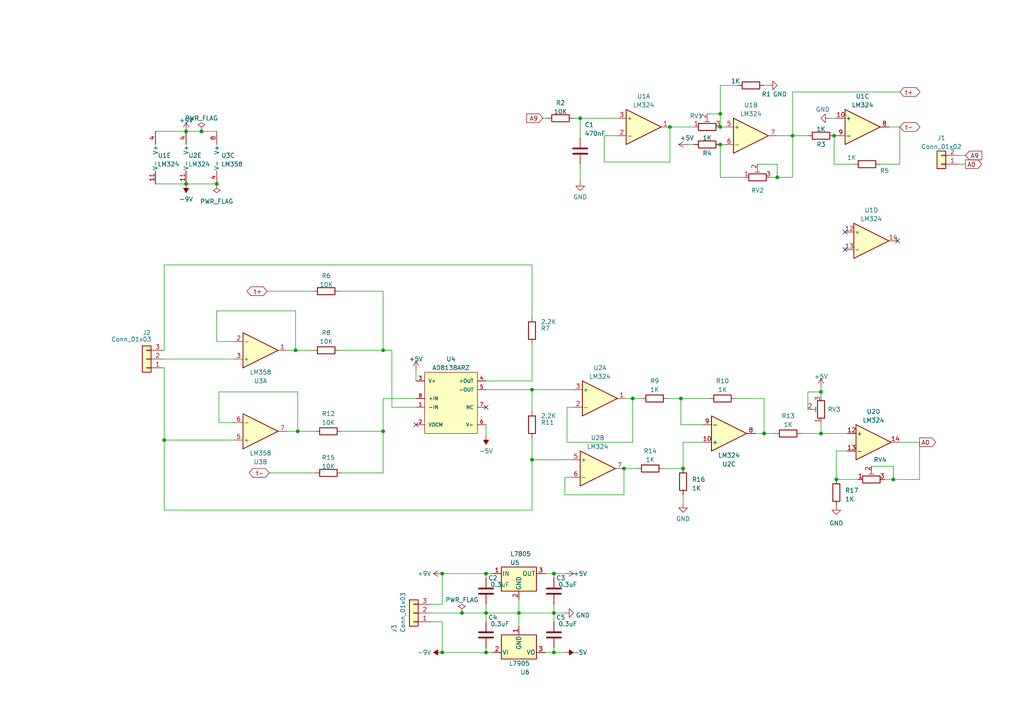
<source format=kicad_sch>
(kicad_sch (version 20230121) (generator eeschema)
  (paper "A4")
  (title_block (title "Fully Differential Potentiostat") (date "2023-05-15") (rev "1.0") (company "Felipe Avila Silva"))
  (lib_symbols
    (symbol "Amplifier_Operational:LM324" (pin_names (offset 0.127))
      (property "Reference" "U" (at 0 5.08 0))
      (property "Value" "LM324" (at 0 -5.08 0))
      (symbol "LM324_1_1"
        (polyline (pts (xy -5.08 5.08) (xy 5.08 0) (xy -5.08 -5.08) (xy -5.08 5.08)) (stroke (width 0.254)) (fill (type background)))
        (pin output line (at 7.62 0 180) (length 2.54) (name "~") (number "1"))
        (pin input line (at -7.62 -2.54 0) (length 2.54) (name "-") (number "2"))
        (pin input line (at -7.62 2.54 0) (length 2.54) (name "+") (number "3"))
      )
      (symbol "LM324_2_1"
        (polyline (pts (xy -5.08 5.08) (xy 5.08 0) (xy -5.08 -5.08) (xy -5.08 5.08)) (stroke (width 0.254)) (fill (type background)))
        (pin input line (at -7.62 2.54 0) (length 2.54) (name "+") (number "5"))
        (pin input line (at -7.62 -2.54 0) (length 2.54) (name "-") (number "6"))
        (pin output line (at 7.62 0 180) (length 2.54) (name "~") (number "7"))
      )
      (symbol "LM324_3_1"
        (polyline (pts (xy -5.08 5.08) (xy 5.08 0) (xy -5.08 -5.08) (xy -5.08 5.08)) (stroke (width 0.254)) (fill (type background)))
        (pin input line (at -7.62 2.54 0) (length 2.54) (name "+") (number "10"))
        (pin output line (at 7.62 0 180) (length 2.54) (name "~") (number "8"))
        (pin input line (at -7.62 -2.54 0) (length 2.54) (name "-") (number "9"))
      )
      (symbol "LM324_4_1"
        (polyline (pts (xy -5.08 5.08) (xy 5.08 0) (xy -5.08 -5.08) (xy -5.08 5.08)) (stroke (width 0.254)) (fill (type background)))
        (pin input line (at -7.62 2.54 0) (length 2.54) (name "+") (number "12"))
        (pin input line (at -7.62 -2.54 0) (length 2.54) (name "-") (number "13"))
        (pin output line (at 7.62 0 180) (length 2.54) (name "~") (number "14"))
      )
      (symbol "LM324_5_1"
        (pin power_in line (at -2.54 -7.62 90) (length 3.81) (name "V-") (number "11"))
        (pin power_in line (at -2.54 7.62 270) (length 3.81) (name "V+") (number "4"))
      )
    )
    (symbol "Amplifier_Operational:LM358" (pin_names (offset 0.127))
      (property "Reference" "U" (at 0 5.08 0))
      (property "Value" "LM358" (at 0 -5.08 0))
      (symbol "LM358_1_1"
        (polyline (pts (xy -5.08 5.08) (xy 5.08 0) (xy -5.08 -5.08) (xy -5.08 5.08)) (stroke (width 0.254)) (fill (type background)))
        (pin output line (at 7.62 0 180) (length 2.54) (name "~") (number "1"))
        (pin input line (at -7.62 -2.54 0) (length 2.54) (name "-") (number "2"))
        (pin input line (at -7.62 2.54 0) (length 2.54) (name "+") (number "3"))
      )
      (symbol "LM358_2_1"
        (polyline (pts (xy -5.08 5.08) (xy 5.08 0) (xy -5.08 -5.08) (xy -5.08 5.08)) (stroke (width 0.254)) (fill (type background)))
        (pin input line (at -7.62 2.54 0) (length 2.54) (name "+") (number "5"))
        (pin input line (at -7.62 -2.54 0) (length 2.54) (name "-") (number "6"))
        (pin output line (at 7.62 0 180) (length 2.54) (name "~") (number "7"))
      )
      (symbol "LM358_3_1"
        (pin power_in line (at -2.54 -7.62 90) (length 3.81) (name "V-") (number "4"))
        (pin power_in line (at -2.54 7.62 270) (length 3.81) (name "V+") (number "8"))
      )
    )
    (symbol "Connector_Generic:Conn_01x02" (pin_names (offset 1.016) hide)
      (property "Reference" "J" (at 0 2.54 0))
      (property "Value" "Conn_01x02" (at 0 -5.08 0))
      (symbol "Conn_01x02_1_1"
        (rectangle (start -1.27 -2.413) (end 0 -2.667) (stroke (width 0.1524)))
        (rectangle (start -1.27 0.127) (end 0 -0.127) (stroke (width 0.1524)))
        (rectangle (start -1.27 1.27) (end 1.27 -3.81) (stroke (width 0.254)) (fill (type background)))
        (pin passive line (at -5.08 0 0) (length 3.81) (name "Pin_1") (number "1"))
        (pin passive line (at -5.08 -2.54 0) (length 3.81) (name "Pin_2") (number "2"))
      )
    )
    (symbol "Connector_Generic:Conn_01x03" (pin_names (offset 1.016) hide)
      (property "Reference" "J" (at 0 5.08 0))
      (property "Value" "Conn_01x03" (at 0 -5.08 0))
      (symbol "Conn_01x03_1_1"
        (rectangle (start -1.27 -2.413) (end 0 -2.667) (stroke (width 0.1524)))
        (rectangle (start -1.27 0.127) (end 0 -0.127) (stroke (width 0.1524)))
        (rectangle (start -1.27 2.667) (end 0 2.413) (stroke (width 0.1524)))
        (rectangle (start -1.27 3.81) (end 1.27 -3.81) (stroke (width 0.254)) (fill (type background)))
        (pin passive line (at -5.08 2.54 0) (length 3.81) (name "Pin_1") (number "1"))
        (pin passive line (at -5.08 0 0) (length 3.81) (name "Pin_2") (number "2"))
        (pin passive line (at -5.08 -2.54 0) (length 3.81) (name "Pin_3") (number "3"))
      )
    )
    (symbol "Device:C" (pin_numbers hide) (pin_names (offset 0.254))
      (property "Reference" "C" (at 0.635 2.54 0))
      (property "Value" "C" (at 0.635 -2.54 0))
      (symbol "C_0_1"
        (polyline (pts (xy -2.032 -0.762) (xy 2.032 -0.762)) (stroke (width 0.508)))
        (polyline (pts (xy -2.032 0.762) (xy 2.032 0.762)) (stroke (width 0.508)))
      )
      (symbol "C_1_1"
        (pin passive line (at 0 3.81 270) (length 2.794) (name "~") (number "1"))
        (pin passive line (at 0 -3.81 90) (length 2.794) (name "~") (number "2"))
      )
    )
    (symbol "Device:R" (pin_numbers hide) (pin_names (offset 0))
      (property "Reference" "R" (at 2.032 0 90))
      (property "Value" "R" (at 0 0 90))
      (symbol "R_0_1"
        (rectangle (start -1.016 -2.54) (end 1.016 2.54) (stroke (width 0.254)))
      )
      (symbol "R_1_1"
        (pin passive line (at 0 3.81 270) (length 1.27) (name "~") (number "1"))
        (pin passive line (at 0 -3.81 90) (length 1.27) (name "~") (number "2"))
      )
    )
    (symbol "Device:R_Potentiometer_Trim" (pin_names (offset 1.016) hide)
      (property "Reference" "RV" (at -4.445 0 90))
      (property "Value" "R_Potentiometer_Trim" (at -2.54 0 90))
      (symbol "R_Potentiometer_Trim_0_1"
        (polyline (pts (xy 1.524 0.762) (xy 1.524 -0.762)))
        (polyline (pts (xy 2.54 0) (xy 1.524 0)))
        (rectangle (start 1.016 2.54) (end -1.016 -2.54) (stroke (width 0.254)))
      )
      (symbol "R_Potentiometer_Trim_1_1"
        (pin passive line (at 0 3.81 270) (length 1.27) (name "1") (number "1"))
        (pin passive line (at 3.81 0 180) (length 1.27) (name "2") (number "2"))
        (pin passive line (at 0 -3.81 90) (length 1.27) (name "3") (number "3"))
      )
    )
    (symbol "Regulator_Linear:L7805" (pin_names (offset 0.254))
      (property "Reference" "U" (at -3.81 3.175 0))
      (property "Value" "L7805" (at 0 3.175 0))
      (symbol "L7805_0_1"
        (rectangle (start -5.08 1.905) (end 5.08 -5.08) (stroke (width 0.254)) (fill (type background)))
      )
      (symbol "L7805_1_1"
        (pin power_in line (at -7.62 0 0) (length 2.54) (name "IN") (number "1"))
        (pin power_in line (at 0 -7.62 90) (length 2.54) (name "GND") (number "2"))
        (pin power_out line (at 7.62 0 180) (length 2.54) (name "OUT") (number "3"))
      )
    )
    (symbol "Regulator_Linear:L7905" (pin_names (offset 0.254))
      (property "Reference" "U" (at -3.81 -3.175 0))
      (property "Value" "L7905" (at 0 -3.175 0))
      (symbol "L7905_0_1"
        (rectangle (start -5.08 5.08) (end 5.08 -1.905) (stroke (width 0.254)) (fill (type background)))
      )
      (symbol "L7905_1_1"
        (pin power_in line (at 0 7.62 270) (length 2.54) (name "GND") (number "1"))
        (pin power_in line (at -7.62 0 0) (length 2.54) (name "VI") (number "2"))
        (pin power_out line (at 7.62 0 180) (length 2.54) (name "VO") (number "3"))
      )
    )
    (symbol "eec:AD8138ARZ" (pin_names (offset 1.016))
      (property "Reference" "U" (at 0 5.08 0))
      (property "Value" "AD8138ARZ" (at 0 7.62 0))
      (symbol "AD8138ARZ_1_1"
        (rectangle (start 5.08 2.54) (end 20.32 -15.24) (fill (type background)))
        (pin unspecified line (at 2.54 -7.62 0) (length 2.54) (name "-IN") (number "1"))
        (pin unspecified line (at 2.54 -12.7 0) (length 2.54) (name "VOCM") (number "2"))
        (pin unspecified line (at 2.54 0 0) (length 2.54) (name "V+") (number "3"))
        (pin unspecified line (at 22.86 0 180) (length 2.54) (name "+OUT") (number "4"))
        (pin unspecified line (at 22.86 -2.54 180) (length 2.54) (name "-OUT") (number "5"))
        (pin unspecified line (at 22.86 -12.7 180) (length 2.54) (name "V-") (number "6"))
        (pin unspecified line (at 22.86 -7.62 180) (length 2.54) (name "NC") (number "7"))
        (pin unspecified line (at 2.54 -5.08 0) (length 2.54) (name "+IN") (number "8"))
      )
    )
    (symbol "power:+5V" (power) (pin_names (offset 0))
      (property "Value" "+5V" (at 0 3.556 0))
      (symbol "+5V_0_1"
        (polyline (pts (xy -0.762 1.27) (xy 0 2.54)))
        (polyline (pts (xy 0 0) (xy 0 2.54)))
        (polyline (pts (xy 0 2.54) (xy 0.762 1.27)))
      )
      (symbol "+5V_1_1"
        (pin power_in line (at 0 0 90) (length 0) hide (name "+5V") (number "1"))
      )
    )
    (symbol "power:+9V" (power) (pin_names (offset 0))
      (property "Value" "+9V" (at 0 3.556 0))
      (symbol "+9V_0_1"
        (polyline (pts (xy -0.762 1.27) (xy 0 2.54)))
        (polyline (pts (xy 0 0) (xy 0 2.54)))
        (polyline (pts (xy 0 2.54) (xy 0.762 1.27)))
      )
      (symbol "+9V_1_1"
        (pin power_in line (at 0 0 90) (length 0) hide (name "+9V") (number "1"))
      )
    )
    (symbol "power:-5V" (power) (pin_names (offset 0))
      (property "Value" "-5V" (at 0 3.81 0))
      (symbol "-5V_0_0"
        (pin power_in line (at 0 0 90) (length 0) hide (name "-5V") (number "1"))
      )
      (symbol "-5V_0_1"
        (polyline (pts (xy 0 0) (xy 0 1.27) (xy 0.762 1.27) (xy 0 2.54) (xy -0.762 1.27) (xy 0 1.27)) (fill (type outline)))
      )
    )
    (symbol "power:-9V" (power) (pin_names (offset 0))
      (property "Value" "-9V" (at 0 3.81 0))
      (symbol "-9V_0_1"
        (polyline (pts (xy 0 0) (xy 0 2.54)))
        (polyline (pts (xy 0.762 1.27) (xy -0.762 1.27) (xy 0 2.54) (xy 0.762 1.27)) (fill (type outline)))
      )
      (symbol "-9V_1_1"
        (pin power_in line (at 0 0 90) (length 0) hide (name "-9V") (number "1"))
      )
    )
    (symbol "power:GND" (power) (pin_names (offset 0))
      (property "Value" "GND" (at 0 -3.81 0))
      (symbol "GND_0_1"
        (polyline (pts (xy 0 0) (xy 0 -1.27) (xy 1.27 -1.27) (xy 0 -2.54) (xy -1.27 -1.27) (xy 0 -1.27)))
      )
      (symbol "GND_1_1"
        (pin power_in line (at 0 0 270) (length 0) hide (name "GND") (number "1"))
      )
    )
    (symbol "power:PWR_FLAG" (power) (pin_numbers hide) (pin_names (offset 0) hide)
      (property "Value" "PWR_FLAG" (at 0 3.81 0))
      (symbol "PWR_FLAG_0_0"
        (pin power_out line (at 0 0 90) (length 0) (name "pwr") (number "1"))
      )
      (symbol "PWR_FLAG_0_1"
        (polyline (pts (xy 0 0) (xy 0 1.27) (xy -1.016 1.905) (xy 0 2.54) (xy 1.016 1.905) (xy 0 1.27)))
      )
    )
  )
  (junction (at 86.36 125.095))
  (junction (at 238.125 113.665))
  (junction (at 150.495 177.8))
  (junction (at 183.515 115.57))
  (junction (at 229.87 39.37))
  (junction (at 128.27 166.37))
  (junction (at 259.08 139.065))
  (junction (at 225.425 51.435))
  (junction (at 197.485 115.57))
  (junction (at 140.97 177.8))
  (junction (at 208.915 41.91))
  (junction (at 140.97 166.37))
  (junction (at 238.125 125.73))
  (junction (at 198.12 135.89))
  (junction (at 128.27 189.23))
  (junction (at 242.57 139.065))
  (junction (at 111.125 125.095))
  (junction (at 221.615 125.73))
  (junction (at 85.725 101.6))
  (junction (at 241.935 39.37))
  (junction (at 208.915 33.02))
  (junction (at 154.305 133.35))
  (junction (at 111.125 101.6))
  (junction (at 154.305 113.03))
  (junction (at 133.985 177.8))
  (junction (at 208.915 36.83))
  (junction (at 53.975 53.34))
  (junction (at 47.625 127.635))
  (junction (at 168.275 34.29))
  (junction (at 53.975 38.1))
  (junction (at 58.42 38.1))
  (junction (at 180.975 135.89))
  (junction (at 160.655 177.8))
  (junction (at 62.865 53.34))
  (junction (at 160.655 166.37))
  (junction (at 140.97 189.23))
  (junction (at 194.31 36.83))
  (junction (at 160.655 189.23))
  (no_connect (at 245.11 67.31))
  (no_connect (at 245.11 72.39))
  (no_connect (at 140.97 118.11))
  (no_connect (at 120.65 123.19))
  (no_connect (at 260.35 69.85))
  (wire (pts (xy 83.185 125.095) (xy 86.36 125.095)))
  (wire (pts (xy 154.305 133.35) (xy 165.735 133.35)))
  (wire (pts (xy 111.125 84.455) (xy 98.425 84.455)))
  (wire (pts (xy 99.06 137.16) (xy 111.125 137.16)))
  (wire (pts (xy 140.97 110.49) (xy 154.305 110.49)))
  (wire (pts (xy 140.97 177.8) (xy 140.97 180.34)))
  (wire (pts (xy 203.835 128.27) (xy 198.12 128.27)))
  (wire (pts (xy 140.97 126.365) (xy 140.97 123.19)))
  (wire (pts (xy 255.27 47.625) (xy 260.985 47.625)))
  (wire (pts (xy 128.27 180.34) (xy 128.27 189.23)))
  (wire (pts (xy 238.125 125.73) (xy 245.745 125.73)))
  (wire (pts (xy 154.305 76.835) (xy 47.625 76.835)))
  (wire (pts (xy 219.71 47.625) (xy 225.425 47.625)))
  (wire (pts (xy 158.115 189.23) (xy 160.655 189.23)))
  (wire (pts (xy 160.655 175.26) (xy 160.655 177.8)))
  (wire (pts (xy 154.305 113.03) (xy 154.305 119.38)))
  (wire (pts (xy 234.315 113.665) (xy 238.125 113.665)))
  (wire (pts (xy 183.515 115.57) (xy 183.515 128.27)))
  (wire (pts (xy 128.27 166.37) (xy 140.97 166.37)))
  (wire (pts (xy 198.12 128.27) (xy 198.12 135.89)))
  (wire (pts (xy 221.615 125.73) (xy 224.79 125.73)))
  (wire (pts (xy 62.865 99.06) (xy 62.865 90.17)))
  (wire (pts (xy 242.57 139.065) (xy 248.92 139.065)))
  (wire (pts (xy 125.095 175.26) (xy 128.27 175.26)))
  (wire (pts (xy 238.125 122.555) (xy 238.125 125.73)))
  (wire (pts (xy 203.835 123.19) (xy 197.485 123.19)))
  (wire (pts (xy 164.465 128.27) (xy 183.515 128.27)))
  (wire (pts (xy 160.655 189.23) (xy 163.83 189.23)))
  (wire (pts (xy 197.485 115.57) (xy 193.675 115.57)))
  (wire (pts (xy 160.655 177.8) (xy 160.655 180.34)))
  (wire (pts (xy 180.975 143.51) (xy 180.975 135.89)))
  (wire (pts (xy 168.275 34.29) (xy 179.07 34.29)))
  (wire (pts (xy 85.725 90.17) (xy 85.725 101.6)))
  (wire (pts (xy 140.97 189.23) (xy 140.97 187.96)))
  (wire (pts (xy 47.625 127.635) (xy 47.625 147.955)))
  (wire (pts (xy 63.5 122.555) (xy 67.945 122.555)))
  (wire (pts (xy 45.085 53.34) (xy 53.975 53.34)))
  (wire (pts (xy 160.655 187.96) (xy 160.655 189.23)))
  (wire (pts (xy 125.095 180.34) (xy 128.27 180.34)))
  (wire (pts (xy 99.06 125.095) (xy 111.125 125.095)))
  (wire (pts (xy 208.915 41.91) (xy 208.915 51.435)))
  (wire (pts (xy 252.73 135.255) (xy 259.08 135.255)))
  (wire (pts (xy 58.42 38.1) (xy 62.865 38.1)))
  (wire (pts (xy 150.495 177.8) (xy 150.495 173.99)))
  (wire (pts (xy 160.655 166.37) (xy 163.83 166.37)))
  (wire (pts (xy 266.7 128.27) (xy 260.985 128.27)))
  (wire (pts (xy 154.305 127) (xy 154.305 133.35)))
  (wire (pts (xy 63.5 122.555) (xy 63.5 113.665)))
  (wire (pts (xy 225.425 47.625) (xy 225.425 51.435)))
  (wire (pts (xy 85.725 101.6) (xy 83.185 101.6)))
  (wire (pts (xy 47.625 76.835) (xy 47.625 101.6)))
  (wire (pts (xy 163.83 143.51) (xy 180.975 143.51)))
  (wire (pts (xy 213.36 115.57) (xy 221.615 115.57)))
  (wire (pts (xy 168.275 40.005) (xy 168.275 34.29)))
  (wire (pts (xy 125.095 177.8) (xy 133.985 177.8)))
  (wire (pts (xy 238.125 112.395) (xy 238.125 113.665)))
  (wire (pts (xy 242.57 130.81) (xy 242.57 139.065)))
  (wire (pts (xy 232.41 125.73) (xy 238.125 125.73)))
  (wire (pts (xy 47.625 147.955) (xy 154.305 147.955)))
  (wire (pts (xy 111.125 101.6) (xy 113.665 101.6)))
  (wire (pts (xy 154.305 133.35) (xy 154.305 147.955)))
  (wire (pts (xy 205.105 33.02) (xy 208.915 33.02)))
  (wire (pts (xy 247.65 47.625) (xy 241.935 47.625)))
  (wire (pts (xy 241.935 47.625) (xy 241.935 39.37)))
  (wire (pts (xy 165.735 138.43) (xy 163.83 138.43)))
  (wire (pts (xy 111.125 115.57) (xy 111.125 125.095)))
  (wire (pts (xy 157.48 34.29) (xy 158.75 34.29)))
  (wire (pts (xy 208.915 24.765) (xy 208.915 33.02)))
  (wire (pts (xy 229.87 39.37) (xy 234.315 39.37)))
  (wire (pts (xy 47.625 127.635) (xy 67.945 127.635)))
  (wire (pts (xy 266.7 139.065) (xy 266.7 128.27)))
  (wire (pts (xy 140.97 166.37) (xy 142.875 166.37)))
  (wire (pts (xy 53.975 38.1) (xy 58.42 38.1)))
  (wire (pts (xy 128.27 175.26) (xy 128.27 166.37)))
  (wire (pts (xy 47.625 106.68) (xy 47.625 127.635)))
  (wire (pts (xy 86.36 113.665) (xy 86.36 125.095)))
  (wire (pts (xy 98.425 101.6) (xy 111.125 101.6)))
  (wire (pts (xy 45.085 38.1) (xy 53.975 38.1)))
  (wire (pts (xy 47.625 104.14) (xy 67.945 104.14)))
  (wire (pts (xy 280.035 47.625) (xy 278.13 47.625)))
  (wire (pts (xy 175.26 39.37) (xy 175.26 46.99)))
  (wire (pts (xy 192.405 135.89) (xy 198.12 135.89)))
  (wire (pts (xy 140.97 177.8) (xy 150.495 177.8)))
  (wire (pts (xy 215.9 51.435) (xy 208.915 51.435)))
  (wire (pts (xy 140.97 167.64) (xy 140.97 166.37)))
  (wire (pts (xy 260.985 47.625) (xy 260.985 36.83)))
  (wire (pts (xy 234.315 118.745) (xy 234.315 113.665)))
  (wire (pts (xy 120.65 118.11) (xy 113.665 118.11)))
  (wire (pts (xy 194.31 36.83) (xy 201.295 36.83)))
  (wire (pts (xy 208.915 33.02) (xy 208.915 36.83)))
  (wire (pts (xy 160.655 166.37) (xy 160.655 167.64)))
  (wire (pts (xy 113.665 118.11) (xy 113.665 101.6)))
  (wire (pts (xy 160.655 177.8) (xy 163.83 177.8)))
  (wire (pts (xy 229.87 26.67) (xy 229.87 39.37)))
  (wire (pts (xy 111.125 84.455) (xy 111.125 101.6)))
  (wire (pts (xy 197.485 115.57) (xy 197.485 123.19)))
  (wire (pts (xy 208.915 36.83) (xy 210.185 36.83)))
  (wire (pts (xy 280.035 45.085) (xy 278.13 45.085)))
  (wire (pts (xy 238.125 113.665) (xy 238.125 114.935)))
  (wire (pts (xy 223.52 51.435) (xy 225.425 51.435)))
  (wire (pts (xy 62.865 99.06) (xy 67.945 99.06)))
  (wire (pts (xy 166.37 34.29) (xy 168.275 34.29)))
  (wire (pts (xy 240.665 34.29) (xy 242.57 34.29)))
  (wire (pts (xy 111.125 125.095) (xy 111.125 137.16)))
  (wire (pts (xy 154.305 113.03) (xy 166.37 113.03)))
  (wire (pts (xy 163.83 138.43) (xy 163.83 143.51)))
  (wire (pts (xy 53.975 53.34) (xy 62.865 53.34)))
  (wire (pts (xy 183.515 115.57) (xy 186.055 115.57)))
  (wire (pts (xy 77.47 84.455) (xy 90.805 84.455)))
  (wire (pts (xy 198.12 146.05) (xy 198.12 143.51)))
  (wire (pts (xy 62.865 90.17) (xy 85.725 90.17)))
  (wire (pts (xy 194.31 36.83) (xy 194.31 46.99)))
  (wire (pts (xy 260.985 26.67) (xy 229.87 26.67)))
  (wire (pts (xy 175.26 46.99) (xy 194.31 46.99)))
  (wire (pts (xy 219.075 125.73) (xy 221.615 125.73)))
  (wire (pts (xy 142.875 189.23) (xy 140.97 189.23)))
  (wire (pts (xy 164.465 118.11) (xy 164.465 128.27)))
  (wire (pts (xy 140.97 113.03) (xy 154.305 113.03)))
  (wire (pts (xy 158.115 166.37) (xy 160.655 166.37)))
  (wire (pts (xy 245.745 130.81) (xy 242.57 130.81)))
  (wire (pts (xy 128.27 189.23) (xy 140.97 189.23)))
  (wire (pts (xy 85.725 101.6) (xy 90.805 101.6)))
  (wire (pts (xy 111.125 115.57) (xy 120.65 115.57)))
  (wire (pts (xy 133.985 177.8) (xy 140.97 177.8)))
  (wire (pts (xy 199.39 41.91) (xy 201.295 41.91)))
  (wire (pts (xy 197.485 115.57) (xy 205.74 115.57)))
  (wire (pts (xy 259.08 135.255) (xy 259.08 139.065)))
  (wire (pts (xy 179.07 39.37) (xy 175.26 39.37)))
  (wire (pts (xy 140.97 175.26) (xy 140.97 177.8)))
  (wire (pts (xy 256.54 139.065) (xy 259.08 139.065)))
  (wire (pts (xy 180.975 135.89) (xy 184.785 135.89)))
  (wire (pts (xy 150.495 181.61) (xy 150.495 177.8)))
  (wire (pts (xy 260.985 36.83) (xy 257.81 36.83)))
  (wire (pts (xy 154.305 99.695) (xy 154.305 110.49)))
  (wire (pts (xy 225.425 51.435) (xy 229.87 51.435)))
  (wire (pts (xy 181.61 115.57) (xy 183.515 115.57)))
  (wire (pts (xy 166.37 118.11) (xy 164.465 118.11)))
  (wire (pts (xy 242.57 39.37) (xy 241.935 39.37)))
  (wire (pts (xy 78.105 137.16) (xy 91.44 137.16)))
  (wire (pts (xy 154.305 76.835) (xy 154.305 92.075)))
  (wire (pts (xy 221.615 24.765) (xy 222.885 24.765)))
  (wire (pts (xy 259.08 139.065) (xy 266.7 139.065)))
  (wire (pts (xy 229.87 51.435) (xy 229.87 39.37)))
  (wire (pts (xy 225.425 39.37) (xy 229.87 39.37)))
  (wire (pts (xy 86.36 125.095) (xy 91.44 125.095)))
  (wire (pts (xy 208.915 24.765) (xy 213.995 24.765)))
  (wire (pts (xy 208.915 41.91) (xy 210.185 41.91)))
  (wire (pts (xy 221.615 115.57) (xy 221.615 125.73)))
  (wire (pts (xy 168.275 52.705) (xy 168.275 47.625)))
  (wire (pts (xy 150.495 177.8) (xy 160.655 177.8)))
  (wire (pts (xy 63.5 113.665) (xy 86.36 113.665)))
  (wire (pts (xy 120.65 107.315) (xy 120.65 110.49)))
  (global_label "t+" (shape bidirectional) (at 260.985 26.67 0) (property "Intersheetrefs" "${INTERSHEET_REFS}" (effects hide)))
  (global_label "A0" (shape output) (at 280.035 47.625 0) (property "Intersheetrefs" "${INTERSHEET_REFS}" (effects hide)))
  (global_label "t+" (shape bidirectional) (at 77.47 84.455 180) (property "Intersheetrefs" "${INTERSHEET_REFS}" (effects hide)))
  (global_label "A0" (shape output) (at 266.7 128.27 0) (property "Intersheetrefs" "${INTERSHEET_REFS}" (effects hide)))
  (global_label "t-" (shape bidirectional) (at 260.985 36.83 0) (property "Intersheetrefs" "${INTERSHEET_REFS}" (effects hide)))
  (global_label "A9" (shape input) (at 157.48 34.29 180) (property "Intersheetrefs" "${INTERSHEET_REFS}" (effects hide)))
  (global_label "t-" (shape bidirectional) (at 78.105 137.16 180) (property "Intersheetrefs" "${INTERSHEET_REFS}" (effects hide)))
  (global_label "A9" (shape input) (at 280.035 45.085 0) (property "Intersheetrefs" "${INTERSHEET_REFS}" (effects hide)))
  (symbol (lib_id "power:+5V") (at 163.83 166.37 270) (unit 1)
    (property "Reference" "#PWR013" (effects hide))
    (property "Value" "+5V" (at 168.275 166.37 90))
  )
  (symbol (lib_id "power:GND") (at 198.12 146.05 0) (unit 1)
    (property "Reference" "#PWR010" (effects hide))
    (property "Value" "GND" (at 198.12 150.495 0))
  )
  (symbol (lib_id "Device:R") (at 154.305 95.885 180) (unit 1)
    (property "Reference" "R7" (at 156.845 95.25 0) (effects (justify right)))
    (property "Value" "2.2K" (at 156.845 93.345 0) (effects (justify right)))
    (property "Footprint" "Resistor_THT:R_Axial_DIN0207_L6.3mm_D2.5mm_P10.16mm_Horizontal" (effects hide))
  )
  (symbol (lib_id "power:PWR_FLAG") (at 62.865 53.34 180) (unit 1)
    (property "Reference" "#FLG02" (effects hide))
    (property "Value" "PWR_FLAG" (at 62.865 58.42 0))
  )
  (symbol (lib_id "Amplifier_Operational:LM324") (at 47.625 45.72 0) (unit 5)
    (property "Reference" "U1" (at 45.72 45.085 0) (effects (justify left)))
    (property "Value" "LM324" (at 45.72 47.625 0) (effects (justify left)))
    (property "Footprint" "DIP-14_W7.62mm_Socket_LongPads" (effects hide))
    (property "Datasheet" "http://www.ti.com/lit/ds/symlink/lm2902-n.pdf" (effects hide))
  )
  (symbol (lib_id "Device:R") (at 228.6 125.73 270) (unit 1)
    (property "Reference" "R13" (at 228.6 120.65 90))
    (property "Value" "1K" (at 228.6 123.19 90))
    (property "Footprint" "Resistor_THT:R_Axial_DIN0207_L6.3mm_D2.5mm_P10.16mm_Horizontal" (effects hide))
  )
  (symbol (lib_id "Amplifier_Operational:LM358") (at 75.565 101.6 0) (mirror x) (unit 1)
    (property "Reference" "U3" (at 75.565 110.49 0))
    (property "Value" "LM358" (at 75.565 107.95 0))
    (property "Footprint" "DIP-8_W7.62mm_Socket_LongPads" (effects hide))
    (property "Datasheet" "http://www.ti.com/lit/ds/symlink/lm2904-n.pdf" (effects hide))
  )
  (symbol (lib_id "power:PWR_FLAG") (at 133.985 177.8 0) (unit 1)
    (property "Reference" "#FLG03" (effects hide))
    (property "Value" "PWR_FLAG" (at 133.985 173.99 0))
  )
  (symbol (lib_id "Device:R") (at 189.865 115.57 270) (unit 1)
    (property "Reference" "R9" (at 189.865 110.49 90))
    (property "Value" "1K" (at 189.865 113.03 90))
    (property "Footprint" "Resistor_THT:R_Axial_DIN0207_L6.3mm_D2.5mm_P10.16mm_Horizontal" (effects hide))
  )
  (symbol (lib_id "Amplifier_Operational:LM324") (at 253.365 128.27 0) (unit 4)
    (property "Reference" "U2" (at 253.365 119.38 0))
    (property "Value" "LM324" (at 253.365 121.92 0))
    (property "Footprint" "DIP-14_W7.62mm_Socket_LongPads" (effects hide))
    (property "Datasheet" "http://www.ti.com/lit/ds/symlink/lm2902-n.pdf" (effects hide))
  )
  (symbol (lib_id "power:+5V") (at 199.39 41.91 90) (unit 1)
    (property "Reference" "#PWR04" (effects hide))
    (property "Value" "+5V" (at 201.295 40.005 90) (effects (justify left)))
  )
  (symbol (lib_id "Connector_Generic:Conn_01x03") (at 120.015 177.8 180) (unit 1)
    (property "Reference" "J3" (at 114.3 183.515 90) (effects (justify right)))
    (property "Value" "Conn_01x03" (at 116.84 183.515 90) (effects (justify right)))
    (property "Footprint" "Connector_PinSocket_2.54mm:PinSocket_1x03_P2.54mm_Vertical" (effects hide))
  )
  (symbol (lib_id "Device:R") (at 188.595 135.89 270) (unit 1)
    (property "Reference" "R14" (at 188.595 130.81 90))
    (property "Value" "1K" (at 188.595 133.35 90))
    (property "Footprint" "Resistor_THT:R_Axial_DIN0207_L6.3mm_D2.5mm_P10.16mm_Horizontal" (effects hide))
  )
  (symbol (lib_id "Amplifier_Operational:LM324") (at 211.455 125.73 0) (mirror x) (unit 3)
    (property "Reference" "U2" (at 211.455 134.62 0))
    (property "Value" "LM324" (at 211.455 132.08 0))
    (property "Footprint" "DIP-14_W7.62mm_Socket_LongPads" (effects hide))
    (property "Datasheet" "http://www.ti.com/lit/ds/symlink/lm2902-n.pdf" (effects hide))
  )
  (symbol (lib_id "Device:C") (at 140.97 171.45 0) (unit 1)
    (property "Reference" "C2" (at 141.605 167.64 0) (effects (justify left)))
    (property "Value" "0.3uF" (at 142.24 169.545 0) (effects (justify left)))
    (property "Footprint" "Capacitor_THT:CP_Radial_D5.0mm_P2.00mm" (effects hide))
  )
  (symbol (lib_id "Device:R_Potentiometer_Trim") (at 219.71 51.435 90) (unit 1)
    (property "Reference" "RV2" (at 219.71 55.245 90))
    (property "Value" "R_Potentiometer_Trim" (effects hide))
    (property "Footprint" "Potentiometer_THT:Potentiometer_Bourns_3296W_Vertical" (effects hide))
  )
  (symbol (lib_id "power:GND") (at 242.57 146.685 0) (unit 1)
    (property "Reference" "#PWR011" (effects hide))
    (property "Value" "GND" (at 242.57 151.765 0))
  )
  (symbol (lib_id "Regulator_Linear:L7805") (at 150.495 166.37 0) (unit 1)
    (property "Reference" "U5" (at 147.955 163.195 0) (effects (justify left)))
    (property "Value" "L7805" (at 147.955 160.655 0) (effects (justify left)))
    (property "Footprint" "l7805:TO255P1020X450X2000-3" (effects hide))
    (property "Datasheet" "http://www.st.com/content/ccc/resource/technical/document/datasheet/41/4f/b3/b0/12/d4/47/88/CD00000444.pdf/files/CD00000444.pdf/jcr:content/translations/en.CD00000444.pdf" (effects hide))
  )
  (symbol (lib_id "Device:R") (at 251.46 47.625 90) (unit 1)
    (property "Reference" "R5" (at 256.54 49.53 90))
    (property "Value" "1K" (at 247.015 45.72 90))
    (property "Footprint" "Resistor_THT:R_Axial_DIN0207_L6.3mm_D2.5mm_P10.16mm_Horizontal" (effects hide))
  )
  (symbol (lib_id "Device:R") (at 94.615 101.6 90) (unit 1)
    (property "Reference" "R8" (at 94.615 96.52 90))
    (property "Value" "10K" (at 94.615 99.06 90))
    (property "Footprint" "Resistor_THT:R_Axial_DIN0207_L6.3mm_D2.5mm_P10.16mm_Horizontal" (effects hide))
  )
  (symbol (lib_id "power:+9V") (at 53.975 38.1 0) (unit 1)
    (property "Reference" "#PWR03" (effects hide))
    (property "Value" "+9V" (at 53.975 34.925 0))
  )
  (symbol (lib_id "Device:R") (at 217.805 24.765 90) (unit 1)
    (property "Reference" "R1" (at 222.25 27.305 90))
    (property "Value" "1K" (at 213.36 23.495 90))
    (property "Footprint" "Resistor_THT:R_Axial_DIN0207_L6.3mm_D2.5mm_P10.16mm_Horizontal" (effects hide))
  )
  (symbol (lib_id "eec:AD8138ARZ") (at 118.11 110.49 0) (unit 1)
    (property "Reference" "U4" (at 130.81 104.14 0))
    (property "Value" "AD8138ARZ" (at 130.81 106.68 0))
    (property "Footprint" "Analog Devices Inc - AD8138ARZ:ANALOG_DEVICES_INC_AD8138ARZ_0" (effects hide))
    (property "Datasheet" "http://www.analog.com/media/en/technical-documentation/data-sheets/AD8138.pdf" (effects hide))
    (property "category" "IC" (effects hide))
    (property "digikey description" "IC AMP DIFF LDIST LP 95MA 8SOIC" (effects hide))
    (property "digikey part number" "AD8138ARZ-ND" (effects hide))
    (property "ipc land pattern name" "SOIC127P600X155-8" (effects hide))
    (property "lead free" "yes" (effects hide))
    (property "library id" "5424f8c07a5c8a82" (effects hide))
    (property "manufacturer" "Analog Devices Inc" (effects hide))
    (property "mouser part number" "584-AD8138ARZ" (effects hide))
    (property "package" "SOIC8" (effects hide))
    (property "rohs" "yes" (effects hide))
    (property "temperature range high" "+85°C" (effects hide))
    (property "temperature range low" "-40°C" (effects hide))
  )
  (symbol (lib_id "Amplifier_Operational:LM358") (at 65.405 45.72 0) (unit 3)
    (property "Reference" "U3" (at 64.135 45.085 0) (effects (justify left)))
    (property "Value" "LM358" (at 64.135 47.625 0) (effects (justify left)))
    (property "Footprint" "DIP-8_W7.62mm_Socket_LongPads" (effects hide))
    (property "Datasheet" "http://www.ti.com/lit/ds/symlink/lm2904-n.pdf" (effects hide))
  )
  (symbol (lib_id "power:-5V") (at 163.83 189.23 270) (unit 1)
    (property "Reference" "#PWR016" (effects hide))
    (property "Value" "-5V" (at 168.275 189.23 90))
  )
  (symbol (lib_id "Device:R") (at 242.57 142.875 0) (unit 1)
    (property "Reference" "R17" (at 245.11 142.24 0) (effects (justify left)))
    (property "Value" "1K" (at 245.11 144.78 0) (effects (justify left)))
    (property "Footprint" "Resistor_THT:R_Axial_DIN0207_L6.3mm_D2.5mm_P10.16mm_Horizontal" (effects hide))
  )
  (symbol (lib_id "Device:R_Potentiometer_Trim") (at 205.105 36.83 90) (unit 1)
    (property "Reference" "RV1" (at 201.93 33.655 90))
    (property "Value" "R_Potentiometer_Trim" (effects hide))
    (property "Footprint" "Potentiometer_THT:Potentiometer_Bourns_3296W_Vertical" (effects hide))
  )
  (symbol (lib_id "Device:C") (at 160.655 184.15 0) (unit 1)
    (property "Reference" "C5" (at 161.29 179.07 0) (effects (justify left)))
    (property "Value" "0.3uF" (at 161.925 180.975 0) (effects (justify left)))
    (property "Footprint" "Capacitor_THT:CP_Radial_D5.0mm_P2.00mm" (effects hide))
  )
  (symbol (lib_id "Device:R") (at 94.615 84.455 90) (unit 1)
    (property "Reference" "R6" (at 94.615 80.01 90))
    (property "Value" "10K" (at 94.615 82.55 90))
    (property "Footprint" "Resistor_THT:R_Axial_DIN0207_L6.3mm_D2.5mm_P10.16mm_Horizontal" (effects hide))
  )
  (symbol (lib_id "Device:R") (at 95.25 125.095 90) (unit 1)
    (property "Reference" "R12" (at 95.25 120.015 90))
    (property "Value" "10K" (at 95.25 122.555 90))
    (property "Footprint" "Resistor_THT:R_Axial_DIN0207_L6.3mm_D2.5mm_P10.16mm_Horizontal" (effects hide))
  )
  (symbol (lib_id "Device:R") (at 209.55 115.57 270) (unit 1)
    (property "Reference" "R10" (at 209.55 110.49 90))
    (property "Value" "1K" (at 209.55 113.03 90))
    (property "Footprint" "Resistor_THT:R_Axial_DIN0207_L6.3mm_D2.5mm_P10.16mm_Horizontal" (effects hide))
  )
  (symbol (lib_id "power:-9V") (at 128.27 189.23 90) (unit 1)
    (property "Reference" "#PWR015" (effects hide))
    (property "Value" "-9V" (at 125.095 189.23 90) (effects (justify left)))
  )
  (symbol (lib_id "Device:C") (at 160.655 171.45 0) (unit 1)
    (property "Reference" "C3" (at 161.29 167.64 0) (effects (justify left)))
    (property "Value" "0.3uF" (at 161.925 169.545 0) (effects (justify left)))
    (property "Footprint" "Capacitor_THT:CP_Radial_D5.0mm_P2.00mm" (effects hide))
  )
  (symbol (lib_id "Amplifier_Operational:LM324") (at 173.99 115.57 0) (unit 1)
    (property "Reference" "U2" (at 173.99 106.68 0))
    (property "Value" "LM324" (at 173.99 109.22 0))
    (property "Footprint" "DIP-14_W7.62mm_Socket_LongPads" (effects hide))
    (property "Datasheet" "http://www.ti.com/lit/ds/symlink/lm2902-n.pdf" (effects hide))
  )
  (symbol (lib_id "Device:R_Potentiometer_Trim") (at 238.125 118.745 180) (unit 1)
    (property "Reference" "RV3" (at 241.935 118.745 0))
    (property "Value" "R_Potentiometer_Trim" (effects hide))
    (property "Footprint" "Potentiometer_THT:Potentiometer_Bourns_3296W_Vertical" (effects hide))
  )
  (symbol (lib_id "Amplifier_Operational:LM324") (at 173.355 135.89 0) (unit 2)
    (property "Reference" "U2" (at 173.355 127 0))
    (property "Value" "LM324" (at 173.355 129.54 0))
    (property "Footprint" "DIP-14_W7.62mm_Socket_LongPads" (effects hide))
    (property "Datasheet" "http://www.ti.com/lit/ds/symlink/lm2902-n.pdf" (effects hide))
  )
  (symbol (lib_id "power:GND") (at 240.665 34.29 270) (unit 1)
    (property "Reference" "#PWR02" (effects hide))
    (property "Value" "GND" (at 240.665 31.75 90) (effects (justify right)))
  )
  (symbol (lib_id "Device:R") (at 205.105 41.91 90) (unit 1)
    (property "Reference" "R4" (at 205.105 44.45 90))
    (property "Value" "1K" (at 205.105 40.005 90))
    (property "Footprint" "Resistor_THT:R_Axial_DIN0207_L6.3mm_D2.5mm_P10.16mm_Horizontal" (effects hide))
  )
  (symbol (lib_id "power:PWR_FLAG") (at 58.42 38.1 0) (unit 1)
    (property "Reference" "#FLG01" (effects hide))
    (property "Value" "PWR_FLAG" (at 58.42 34.29 0))
  )
  (symbol (lib_id "power:GND") (at 163.83 177.8 90) (unit 1)
    (property "Reference" "#PWR014" (effects hide))
    (property "Value" "GND" (at 167.005 178.435 90) (effects (justify right)))
  )
  (symbol (lib_id "Device:R") (at 238.125 39.37 90) (unit 1)
    (property "Reference" "R3" (at 238.125 41.91 90))
    (property "Value" "1K" (at 238.125 37.465 90))
    (property "Footprint" "Resistor_THT:R_Axial_DIN0207_L6.3mm_D2.5mm_P10.16mm_Horizontal" (effects hide))
  )
  (symbol (lib_id "Device:R") (at 154.305 123.19 180) (unit 1)
    (property "Reference" "R11" (at 156.845 122.555 0) (effects (justify right)))
    (property "Value" "2.2K" (at 156.845 120.65 0) (effects (justify right)))
    (property "Footprint" "Resistor_THT:R_Axial_DIN0207_L6.3mm_D2.5mm_P10.16mm_Horizontal" (effects hide))
  )
  (symbol (lib_id "Device:C") (at 168.275 43.815 0) (unit 1)
    (property "Reference" "C1" (at 169.545 36.195 0) (effects (justify left)))
    (property "Value" "470nF" (at 169.545 38.735 0) (effects (justify left)))
    (property "Footprint" "Capacitor_THT:C_Rect_L19.0mm_W6.0mm_P15.00mm_MKS4" (effects hide))
  )
  (symbol (lib_id "power:GND") (at 222.885 24.765 90) (unit 1)
    (property "Reference" "#PWR01" (effects hide))
    (property "Value" "GND" (at 224.155 27.305 90) (effects (justify right)))
  )
  (symbol (lib_id "Device:R") (at 198.12 139.7 0) (unit 1)
    (property "Reference" "R16" (at 200.66 139.065 0) (effects (justify left)))
    (property "Value" "1K" (at 200.66 141.605 0) (effects (justify left)))
    (property "Footprint" "Resistor_THT:R_Axial_DIN0207_L6.3mm_D2.5mm_P10.16mm_Horizontal" (effects hide))
  )
  (symbol (lib_id "Connector_Generic:Conn_01x02") (at 273.05 47.625 180) (unit 1)
    (property "Reference" "J1" (at 273.05 40.005 0))
    (property "Value" "Conn_01x02" (at 273.05 42.545 0))
    (property "Footprint" "Connector_PinSocket_2.54mm:PinSocket_1x02_P2.54mm_Vertical" (effects hide))
  )
  (symbol (lib_id "Amplifier_Operational:LM324") (at 56.515 45.72 0) (unit 5) (in_bom no) (on_board no)
    (property "Reference" "U2" (at 54.61 45.085 0) (effects (justify left)))
    (property "Value" "LM324" (at 54.61 47.625 0) (effects (justify left)))
    (property "Footprint" "DIP-14_W7.62mm_Socket_LongPads" (effects hide))
    (property "Datasheet" "http://www.ti.com/lit/ds/symlink/lm2902-n.pdf" (effects hide))
    (property "Sim.Enable" "0" (effects hide))
  )
  (symbol (lib_id "power:+5V") (at 238.125 112.395 0) (unit 1)
    (property "Reference" "#PWR08" (effects hide))
    (property "Value" "+5V" (at 238.125 109.22 0))
  )
  (symbol (lib_id "power:+5V") (at 120.65 107.315 0) (unit 1)
    (property "Reference" "#PWR07" (effects hide))
    (property "Value" "+5V" (at 120.65 104.14 0))
  )
  (symbol (lib_id "Amplifier_Operational:LM324") (at 252.73 69.85 0) (unit 4)
    (property "Reference" "U1" (at 252.73 60.96 0))
    (property "Value" "LM324" (at 252.73 63.5 0))
    (property "Footprint" "DIP-14_W7.62mm_Socket_LongPads" (effects hide))
    (property "Datasheet" "http://www.ti.com/lit/ds/symlink/lm2902-n.pdf" (effects hide))
  )
  (symbol (lib_id "Amplifier_Operational:LM324") (at 250.19 36.83 0) (unit 3)
    (property "Reference" "U1" (at 250.19 27.94 0))
    (property "Value" "LM324" (at 250.19 30.48 0))
    (property "Footprint" "DIP-14_W7.62mm_Socket_LongPads" (effects hide))
    (property "Datasheet" "http://www.ti.com/lit/ds/symlink/lm2902-n.pdf" (effects hide))
  )
  (symbol (lib_id "Regulator_Linear:L7905") (at 150.495 189.23 0) (unit 1)
    (property "Reference" "U6" (at 153.67 194.945 0) (effects (justify right)))
    (property "Value" "L7905" (at 153.67 192.405 0) (effects (justify right)))
    (property "Footprint" "l7805:TO255P1020X450X2000-3" (effects hide))
    (property "Datasheet" "http://www.st.com/content/ccc/resource/technical/document/datasheet/c9/16/86/41/c7/2b/45/f2/CD00000450.pdf/files/CD00000450.pdf/jcr:content/translations/en.CD00000450.pdf" (effects hide))
  )
  (symbol (lib_id "Amplifier_Operational:LM324") (at 217.805 39.37 0) (unit 2)
    (property "Reference" "U1" (at 217.805 30.48 0))
    (property "Value" "LM324" (at 217.805 33.02 0))
    (property "Footprint" "DIP-14_W7.62mm_Socket_LongPads" (effects hide))
    (property "Datasheet" "http://www.ti.com/lit/ds/symlink/lm2902-n.pdf" (effects hide))
  )
  (symbol (lib_id "Device:R") (at 162.56 34.29 90) (unit 1)
    (property "Reference" "R2" (at 162.56 29.845 90))
    (property "Value" "10K" (at 162.56 32.385 90))
    (property "Footprint" "Resistor_THT:R_Axial_DIN0207_L6.3mm_D2.5mm_P10.16mm_Horizontal" (effects hide))
  )
  (symbol (lib_id "Device:R_Potentiometer_Trim") (at 252.73 139.065 90) (unit 1)
    (property "Reference" "RV4" (at 255.27 133.35 90))
    (property "Value" "R_Potentiometer_Trim" (effects hide))
    (property "Footprint" "Potentiometer_THT:Potentiometer_Bourns_3296W_Vertical" (effects hide))
  )
  (symbol (lib_id "power:GND") (at 168.275 52.705 0) (unit 1)
    (property "Reference" "#PWR05" (effects hide))
    (property "Value" "GND" (at 168.275 57.15 0))
  )
  (symbol (lib_id "Connector_Generic:Conn_01x03") (at 42.545 104.14 180) (unit 1)
    (property "Reference" "J2" (at 42.545 96.52 0))
    (property "Value" "Conn_01x03" (at 38.1 98.425 0))
    (property "Footprint" "Connector_PinSocket_2.54mm:PinSocket_1x03_P2.54mm_Vertical" (effects hide))
  )
  (symbol (lib_id "Amplifier_Operational:LM324") (at 186.69 36.83 0) (unit 1)
    (property "Reference" "U1" (at 186.69 27.94 0))
    (property "Value" "LM324" (at 186.69 30.48 0))
    (property "Footprint" "DIP-14_W7.62mm_Socket_LongPads" (effects hide))
    (property "Datasheet" "http://www.ti.com/lit/ds/symlink/lm2902-n.pdf" (effects hide))
  )
  (symbol (lib_id "power:-5V") (at 140.97 126.365 180) (unit 1)
    (property "Reference" "#PWR09" (effects hide))
    (property "Value" "-5V" (at 140.97 130.81 0))
  )
  (symbol (lib_id "Amplifier_Operational:LM358") (at 75.565 125.095 0) (mirror x) (unit 2)
    (property "Reference" "U3" (at 75.565 133.985 0))
    (property "Value" "LM358" (at 75.565 131.445 0))
    (property "Footprint" "DIP-8_W7.62mm_Socket_LongPads" (effects hide))
    (property "Datasheet" "http://www.ti.com/lit/ds/symlink/lm2904-n.pdf" (effects hide))
  )
  (symbol (lib_id "power:+9V") (at 128.27 166.37 90) (unit 1)
    (property "Reference" "#PWR012" (effects hide))
    (property "Value" "+9V" (at 125.095 166.37 90) (effects (justify left)))
  )
  (symbol (lib_id "Device:R") (at 95.25 137.16 90) (unit 1)
    (property "Reference" "R15" (at 95.25 132.715 90))
    (property "Value" "10K" (at 95.25 135.255 90))
    (property "Footprint" "Resistor_THT:R_Axial_DIN0207_L6.3mm_D2.5mm_P10.16mm_Horizontal" (effects hide))
  )
  (symbol (lib_id "Device:C") (at 140.97 184.15 0) (unit 1)
    (property "Reference" "C4" (at 141.605 179.07 0) (effects (justify left)))
    (property "Value" "0.3uF" (at 142.24 180.975 0) (effects (justify left)))
    (property "Footprint" "Capacitor_THT:CP_Radial_D5.0mm_P2.00mm" (effects hide))
  )
  (symbol (lib_id "power:-9V") (at 53.975 53.34 180) (unit 1)
    (property "Reference" "#PWR06" (effects hide))
    (property "Value" "-9V" (at 53.975 57.785 0))
  )
)
</source>
